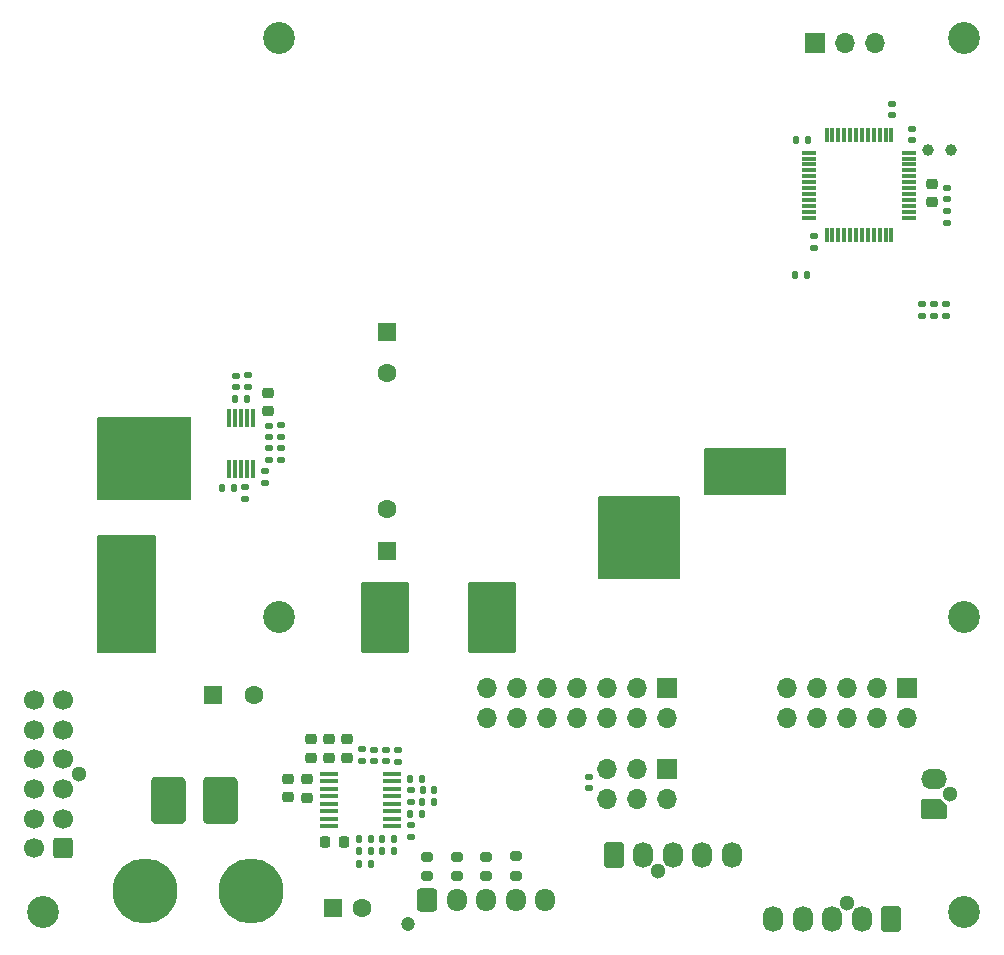
<source format=gbs>
G04 #@! TF.GenerationSoftware,KiCad,Pcbnew,(6.0.0)*
G04 #@! TF.CreationDate,2022-02-11T23:51:38-05:00*
G04 #@! TF.ProjectId,FalconMain,46616c63-6f6e-44d6-9169-6e2e6b696361,1A*
G04 #@! TF.SameCoordinates,Original*
G04 #@! TF.FileFunction,Soldermask,Bot*
G04 #@! TF.FilePolarity,Negative*
%FSLAX46Y46*%
G04 Gerber Fmt 4.6, Leading zero omitted, Abs format (unit mm)*
G04 Created by KiCad (PCBNEW (6.0.0)) date 2022-02-11 23:51:38*
%MOMM*%
%LPD*%
G01*
G04 APERTURE LIST*
G04 Aperture macros list*
%AMRoundRect*
0 Rectangle with rounded corners*
0 $1 Rounding radius*
0 $2 $3 $4 $5 $6 $7 $8 $9 X,Y pos of 4 corners*
0 Add a 4 corners polygon primitive as box body*
4,1,4,$2,$3,$4,$5,$6,$7,$8,$9,$2,$3,0*
0 Add four circle primitives for the rounded corners*
1,1,$1+$1,$2,$3*
1,1,$1+$1,$4,$5*
1,1,$1+$1,$6,$7*
1,1,$1+$1,$8,$9*
0 Add four rect primitives between the rounded corners*
20,1,$1+$1,$2,$3,$4,$5,0*
20,1,$1+$1,$4,$5,$6,$7,0*
20,1,$1+$1,$6,$7,$8,$9,0*
20,1,$1+$1,$8,$9,$2,$3,0*%
%AMFreePoly0*
4,1,23,0.945671,0.830970,1.026777,0.776777,1.080970,0.695671,1.100000,0.600000,1.100000,-0.600000,1.080970,-0.695671,1.026777,-0.776777,0.945671,-0.830970,0.850000,-0.850000,-0.450000,-0.850000,-0.545671,-0.830970,-0.626777,-0.776777,-0.626779,-0.776774,-1.026777,-0.376777,-1.080970,-0.295671,-1.100000,-0.200000,-1.100000,0.600000,-1.080970,0.695671,-1.026777,0.776777,-0.945671,0.830970,
-0.850000,0.850000,0.850000,0.850000,0.945671,0.830970,0.945671,0.830970,$1*%
G04 Aperture macros list end*
%ADD10C,2.700000*%
%ADD11C,1.000000*%
%ADD12C,1.300000*%
%ADD13RoundRect,0.250000X0.600000X-0.850000X0.600000X0.850000X-0.600000X0.850000X-0.600000X-0.850000X0*%
%ADD14O,1.700000X2.200000*%
%ADD15C,5.500000*%
%ADD16R,1.700000X1.700000*%
%ADD17O,1.700000X1.700000*%
%ADD18C,1.200000*%
%ADD19RoundRect,0.250000X-0.600000X-0.725000X0.600000X-0.725000X0.600000X0.725000X-0.600000X0.725000X0*%
%ADD20O,1.700000X1.950000*%
%ADD21R,1.600000X1.600000*%
%ADD22C,1.600000*%
%ADD23FreePoly0,180.000000*%
%ADD24O,2.200000X1.700000*%
%ADD25RoundRect,0.250000X-0.600000X0.850000X-0.600000X-0.850000X0.600000X-0.850000X0.600000X0.850000X0*%
%ADD26RoundRect,0.250000X0.600000X0.600000X-0.600000X0.600000X-0.600000X-0.600000X0.600000X-0.600000X0*%
%ADD27C,1.700000*%
%ADD28RoundRect,0.140000X0.140000X0.170000X-0.140000X0.170000X-0.140000X-0.170000X0.140000X-0.170000X0*%
%ADD29RoundRect,0.140000X0.170000X-0.140000X0.170000X0.140000X-0.170000X0.140000X-0.170000X-0.140000X0*%
%ADD30RoundRect,0.135000X-0.135000X-0.185000X0.135000X-0.185000X0.135000X0.185000X-0.135000X0.185000X0*%
%ADD31RoundRect,0.200000X-0.275000X0.200000X-0.275000X-0.200000X0.275000X-0.200000X0.275000X0.200000X0*%
%ADD32RoundRect,0.135000X0.185000X-0.135000X0.185000X0.135000X-0.185000X0.135000X-0.185000X-0.135000X0*%
%ADD33RoundRect,0.225000X0.250000X-0.225000X0.250000X0.225000X-0.250000X0.225000X-0.250000X-0.225000X0*%
%ADD34RoundRect,0.135000X0.135000X0.185000X-0.135000X0.185000X-0.135000X-0.185000X0.135000X-0.185000X0*%
%ADD35RoundRect,0.135000X-0.185000X0.135000X-0.185000X-0.135000X0.185000X-0.135000X0.185000X0.135000X0*%
%ADD36RoundRect,0.225000X-0.250000X0.225000X-0.250000X-0.225000X0.250000X-0.225000X0.250000X0.225000X0*%
%ADD37RoundRect,0.140000X-0.140000X-0.170000X0.140000X-0.170000X0.140000X0.170000X-0.140000X0.170000X0*%
%ADD38RoundRect,0.147500X0.172500X-0.147500X0.172500X0.147500X-0.172500X0.147500X-0.172500X-0.147500X0*%
%ADD39R,1.600200X0.355600*%
%ADD40R,1.193800X0.304800*%
%ADD41R,0.304800X1.193800*%
%ADD42RoundRect,0.140000X-0.170000X0.140000X-0.170000X-0.140000X0.170000X-0.140000X0.170000X0.140000X0*%
%ADD43RoundRect,0.225000X-0.225000X-0.250000X0.225000X-0.250000X0.225000X0.250000X-0.225000X0.250000X0*%
%ADD44R,0.330200X1.524000*%
G04 APERTURE END LIST*
D10*
X110000000Y-135010000D03*
D11*
X184939899Y-70480099D03*
X186839899Y-70480099D03*
D12*
X162050000Y-131510000D03*
D13*
X158300000Y-130170000D03*
D14*
X160800000Y-130170000D03*
X163300000Y-130170000D03*
X165800000Y-130170000D03*
X168300000Y-130170000D03*
D10*
X130000000Y-61000000D03*
D15*
X127600000Y-133205000D03*
X118600000Y-133205000D03*
D16*
X162825000Y-122860000D03*
D17*
X162825000Y-125400000D03*
X160285000Y-122860000D03*
X160285000Y-125400000D03*
X157745000Y-122860000D03*
X157745000Y-125400000D03*
D18*
X140900000Y-135980000D03*
D19*
X142500000Y-133980000D03*
D20*
X145000000Y-133980000D03*
X147500000Y-133980000D03*
X150000000Y-133980000D03*
X152500000Y-133980000D03*
D16*
X162800000Y-116020000D03*
D17*
X162800000Y-118560000D03*
X160260000Y-116020000D03*
X160260000Y-118560000D03*
X157720000Y-116020000D03*
X157720000Y-118560000D03*
X155180000Y-116020000D03*
X155180000Y-118560000D03*
X152640000Y-116020000D03*
X152640000Y-118560000D03*
X150100000Y-116020000D03*
X150100000Y-118560000D03*
X147560000Y-116020000D03*
X147560000Y-118560000D03*
D10*
X188000000Y-61000000D03*
D21*
X134517621Y-134655000D03*
D22*
X137017621Y-134655000D03*
D12*
X186760000Y-124988000D03*
D23*
X185420000Y-126238000D03*
D24*
X185420000Y-123738000D03*
D10*
X130005000Y-110000000D03*
D12*
X178050000Y-134245000D03*
D25*
X181800000Y-135585000D03*
D14*
X179300000Y-135585000D03*
X176800000Y-135585000D03*
X174300000Y-135585000D03*
X171800000Y-135585000D03*
D10*
X188000000Y-135000000D03*
D21*
X139100000Y-85842349D03*
D22*
X139100000Y-89342349D03*
D10*
X188000000Y-110000000D03*
D16*
X175375000Y-61400000D03*
D17*
X177915000Y-61400000D03*
X180455000Y-61400000D03*
D21*
X139125000Y-104370000D03*
D22*
X139125000Y-100870000D03*
D12*
X113060000Y-123305000D03*
D26*
X111720000Y-129555000D03*
D27*
X111720000Y-127055000D03*
X111720000Y-124555000D03*
X111720000Y-122055000D03*
X111720000Y-119555000D03*
X111720000Y-117055000D03*
X109220000Y-129555000D03*
X109220000Y-127055000D03*
X109220000Y-124555000D03*
X109220000Y-122055000D03*
X109220000Y-119555000D03*
X109220000Y-117055000D03*
D16*
X183120000Y-116026359D03*
D17*
X183120000Y-118566359D03*
X180580000Y-116026359D03*
X180580000Y-118566359D03*
X178040000Y-116026359D03*
X178040000Y-118566359D03*
X175500000Y-116026359D03*
X175500000Y-118566359D03*
X172960000Y-116026359D03*
X172960000Y-118566359D03*
D21*
X124347349Y-116600000D03*
D22*
X127847349Y-116600000D03*
D28*
X143093750Y-124668750D03*
X142133750Y-124668750D03*
D29*
X139040000Y-122190000D03*
X139040000Y-121230000D03*
X126306540Y-90537349D03*
X126306540Y-89577349D03*
D30*
X136730000Y-129818750D03*
X137750000Y-129818750D03*
X138670000Y-128768750D03*
X139690000Y-128768750D03*
D29*
X129100000Y-94742349D03*
X129100000Y-93782349D03*
X156200000Y-124480000D03*
X156200000Y-123520000D03*
D31*
X147500000Y-130275000D03*
X147500000Y-131925000D03*
D32*
X127331540Y-90547349D03*
X127331540Y-89527349D03*
D33*
X132648750Y-121903750D03*
X132648750Y-120353750D03*
D31*
X145000000Y-130275000D03*
X145000000Y-131925000D03*
D33*
X185239899Y-74880099D03*
X185239899Y-73330099D03*
X129000000Y-92537349D03*
X129000000Y-90987349D03*
D32*
X130105000Y-94782349D03*
X130105000Y-93762349D03*
X127125000Y-100022349D03*
X127125000Y-99002349D03*
D34*
X137750000Y-130868750D03*
X136730000Y-130868750D03*
D29*
X183539899Y-69610099D03*
X183539899Y-68650099D03*
D28*
X143073750Y-125668750D03*
X142113750Y-125668750D03*
D35*
X140060000Y-121220000D03*
X140060000Y-122240000D03*
D32*
X129105000Y-96732349D03*
X129105000Y-95712349D03*
D34*
X174710000Y-81050000D03*
X173690000Y-81050000D03*
D29*
X181889899Y-67530099D03*
X181889899Y-66570099D03*
D33*
X132313750Y-125293750D03*
X132313750Y-123743750D03*
D35*
X141113750Y-127608750D03*
X141113750Y-128628750D03*
D32*
X128755000Y-98682349D03*
X128755000Y-97662349D03*
D35*
X141143750Y-124668750D03*
X141143750Y-125688750D03*
D36*
X130748750Y-123713750D03*
X130748750Y-125263750D03*
D37*
X125175000Y-99047349D03*
X126135000Y-99047349D03*
D38*
X186539899Y-76630099D03*
X186539899Y-75660099D03*
D35*
X184420000Y-83480100D03*
X184420000Y-84500100D03*
D29*
X138038750Y-122198750D03*
X138038750Y-121238750D03*
D30*
X138670000Y-129818750D03*
X139690000Y-129818750D03*
D31*
X142500000Y-130275000D03*
X142500000Y-131925000D03*
X150000000Y-130250000D03*
X150000000Y-131900000D03*
D39*
X139518050Y-123246250D03*
X139518050Y-123881250D03*
X139518050Y-124516250D03*
X139518050Y-125151250D03*
X139518050Y-125786250D03*
X139518050Y-126421250D03*
X139518050Y-127056250D03*
X139518050Y-127691250D03*
X134209450Y-127691250D03*
X134209450Y-127056250D03*
X134209450Y-126421250D03*
X134209450Y-125786250D03*
X134209450Y-125151250D03*
X134209450Y-124516250D03*
X134209450Y-123881250D03*
X134209450Y-123246250D03*
D28*
X127230000Y-91537349D03*
X126270000Y-91537349D03*
D35*
X130100000Y-95702349D03*
X130100000Y-96722349D03*
D32*
X137020000Y-122210000D03*
X137020000Y-121190000D03*
D28*
X174739899Y-69630099D03*
X173779899Y-69630099D03*
D40*
X183324998Y-70674999D03*
X183324998Y-71174998D03*
X183324998Y-71675000D03*
X183324998Y-72174999D03*
X183324998Y-72674998D03*
X183324998Y-73174999D03*
X183324998Y-73674999D03*
X183324998Y-74175000D03*
X183324998Y-74674999D03*
X183324998Y-75174998D03*
X183324998Y-75675000D03*
X183324998Y-76174999D03*
D41*
X181824999Y-77674998D03*
X181325000Y-77674998D03*
X180824998Y-77674998D03*
X180324999Y-77674998D03*
X179825000Y-77674998D03*
X179324999Y-77674998D03*
X178824999Y-77674998D03*
X178324998Y-77674998D03*
X177824999Y-77674998D03*
X177325000Y-77674998D03*
X176824998Y-77674998D03*
X176324999Y-77674998D03*
D40*
X174825000Y-76174999D03*
X174825000Y-75675000D03*
X174825000Y-75174998D03*
X174825000Y-74674999D03*
X174825000Y-74175000D03*
X174825000Y-73674999D03*
X174825000Y-73174999D03*
X174825000Y-72674998D03*
X174825000Y-72174999D03*
X174825000Y-71675000D03*
X174825000Y-71174998D03*
X174825000Y-70674999D03*
D41*
X176324999Y-69175000D03*
X176824998Y-69175000D03*
X177325000Y-69175000D03*
X177824999Y-69175000D03*
X178324998Y-69175000D03*
X178824999Y-69175000D03*
X179324999Y-69175000D03*
X179825000Y-69175000D03*
X180324999Y-69175000D03*
X180824998Y-69175000D03*
X181325000Y-69175000D03*
X181824999Y-69175000D03*
D30*
X136740000Y-128768750D03*
X137760000Y-128768750D03*
D33*
X134188750Y-121913750D03*
X134188750Y-120363750D03*
D29*
X186539899Y-74630099D03*
X186539899Y-73670099D03*
D28*
X142043750Y-123668750D03*
X141083750Y-123668750D03*
X142043750Y-126668750D03*
X141083750Y-126668750D03*
D42*
X175239899Y-77770099D03*
X175239899Y-78730099D03*
D43*
X133888750Y-129018750D03*
X135438750Y-129018750D03*
D32*
X185450000Y-84500000D03*
X185450000Y-83480000D03*
D33*
X135728750Y-121913750D03*
X135728750Y-120363750D03*
D32*
X186480000Y-84500100D03*
X186480000Y-83480100D03*
D44*
X125754999Y-93125649D03*
X126255001Y-93125649D03*
X126755000Y-93125649D03*
X127254999Y-93125649D03*
X127755001Y-93125649D03*
X127755001Y-97469049D03*
X127254999Y-97469049D03*
X126755000Y-97469049D03*
X126255001Y-97469049D03*
X125754999Y-97469049D03*
G36*
X126006540Y-123500861D02*
G01*
X126116279Y-123515308D01*
X126141646Y-123522105D01*
X126237763Y-123561918D01*
X126260507Y-123575049D01*
X126343046Y-123638385D01*
X126361615Y-123656954D01*
X126424951Y-123739493D01*
X126438082Y-123762237D01*
X126477895Y-123858354D01*
X126484692Y-123883721D01*
X126499139Y-123993460D01*
X126500000Y-124006591D01*
X126500000Y-126993409D01*
X126499139Y-127006540D01*
X126484692Y-127116279D01*
X126477895Y-127141646D01*
X126438082Y-127237763D01*
X126424951Y-127260507D01*
X126361615Y-127343046D01*
X126343046Y-127361615D01*
X126260507Y-127424951D01*
X126237763Y-127438082D01*
X126141646Y-127477895D01*
X126116279Y-127484692D01*
X126006540Y-127499139D01*
X125993409Y-127500000D01*
X124006591Y-127500000D01*
X123993460Y-127499139D01*
X123883721Y-127484692D01*
X123858354Y-127477895D01*
X123762237Y-127438082D01*
X123739493Y-127424951D01*
X123656954Y-127361615D01*
X123638385Y-127343046D01*
X123575049Y-127260507D01*
X123561918Y-127237763D01*
X123522105Y-127141646D01*
X123515308Y-127116279D01*
X123500861Y-127006540D01*
X123500000Y-126993409D01*
X123500000Y-124006591D01*
X123500861Y-123993460D01*
X123515308Y-123883721D01*
X123522105Y-123858354D01*
X123561918Y-123762237D01*
X123575049Y-123739493D01*
X123638385Y-123656954D01*
X123656954Y-123638385D01*
X123739493Y-123575049D01*
X123762237Y-123561918D01*
X123858354Y-123522105D01*
X123883721Y-123515308D01*
X123993460Y-123500861D01*
X124006591Y-123500000D01*
X125993409Y-123500000D01*
X126006540Y-123500861D01*
G37*
G36*
X121606540Y-123500861D02*
G01*
X121716279Y-123515308D01*
X121741646Y-123522105D01*
X121837763Y-123561918D01*
X121860507Y-123575049D01*
X121943046Y-123638385D01*
X121961615Y-123656954D01*
X122024951Y-123739493D01*
X122038082Y-123762237D01*
X122077895Y-123858354D01*
X122084692Y-123883721D01*
X122099139Y-123993460D01*
X122100000Y-124006591D01*
X122100000Y-126993409D01*
X122099139Y-127006540D01*
X122084692Y-127116279D01*
X122077895Y-127141646D01*
X122038082Y-127237763D01*
X122024951Y-127260507D01*
X121961615Y-127343046D01*
X121943046Y-127361615D01*
X121860507Y-127424951D01*
X121837763Y-127438082D01*
X121741646Y-127477895D01*
X121716279Y-127484692D01*
X121606540Y-127499139D01*
X121593409Y-127500000D01*
X119606591Y-127500000D01*
X119593460Y-127499139D01*
X119483721Y-127484692D01*
X119458354Y-127477895D01*
X119362237Y-127438082D01*
X119339493Y-127424951D01*
X119256954Y-127361615D01*
X119238385Y-127343046D01*
X119175049Y-127260507D01*
X119161918Y-127237763D01*
X119122105Y-127141646D01*
X119115308Y-127116279D01*
X119100861Y-127006540D01*
X119100000Y-126993409D01*
X119100000Y-124006591D01*
X119100861Y-123993460D01*
X119115308Y-123883721D01*
X119122105Y-123858354D01*
X119161918Y-123762237D01*
X119175049Y-123739493D01*
X119238385Y-123656954D01*
X119256954Y-123638385D01*
X119339493Y-123575049D01*
X119362237Y-123561918D01*
X119458354Y-123522105D01*
X119483721Y-123515308D01*
X119593460Y-123500861D01*
X119606591Y-123500000D01*
X121593409Y-123500000D01*
X121606540Y-123500861D01*
G37*
G36*
X149942121Y-107020002D02*
G01*
X149988614Y-107073658D01*
X150000000Y-107126000D01*
X150000000Y-112874000D01*
X149979998Y-112942121D01*
X149926342Y-112988614D01*
X149874000Y-113000000D01*
X146126000Y-113000000D01*
X146057879Y-112979998D01*
X146011386Y-112926342D01*
X146000000Y-112874000D01*
X146000000Y-107126000D01*
X146020002Y-107057879D01*
X146073658Y-107011386D01*
X146126000Y-107000000D01*
X149874000Y-107000000D01*
X149942121Y-107020002D01*
G37*
G36*
X172876056Y-95720002D02*
G01*
X172922549Y-95773658D01*
X172933935Y-95826000D01*
X172933935Y-99574000D01*
X172913933Y-99642121D01*
X172860277Y-99688614D01*
X172807935Y-99700000D01*
X166059935Y-99700000D01*
X165991814Y-99679998D01*
X165945321Y-99626342D01*
X165933935Y-99574000D01*
X165933935Y-95826000D01*
X165953937Y-95757879D01*
X166007593Y-95711386D01*
X166059935Y-95700000D01*
X172807935Y-95700000D01*
X172876056Y-95720002D01*
G37*
G36*
X122476338Y-93095298D02*
G01*
X122522831Y-93148954D01*
X122534217Y-93201296D01*
X122534217Y-99949296D01*
X122514215Y-100017417D01*
X122460559Y-100063910D01*
X122408217Y-100075296D01*
X114660217Y-100075296D01*
X114592096Y-100055294D01*
X114545603Y-100001638D01*
X114534217Y-99949296D01*
X114534217Y-93201296D01*
X114554219Y-93133175D01*
X114607875Y-93086682D01*
X114660217Y-93075296D01*
X122408217Y-93075296D01*
X122476338Y-93095298D01*
G37*
G36*
X140892121Y-107020002D02*
G01*
X140938614Y-107073658D01*
X140950000Y-107126000D01*
X140950000Y-112874000D01*
X140929998Y-112942121D01*
X140876342Y-112988614D01*
X140824000Y-113000000D01*
X137076000Y-113000000D01*
X137007879Y-112979998D01*
X136961386Y-112926342D01*
X136950000Y-112874000D01*
X136950000Y-107126000D01*
X136970002Y-107057879D01*
X137023658Y-107011386D01*
X137076000Y-107000000D01*
X140824000Y-107000000D01*
X140892121Y-107020002D01*
G37*
G36*
X163884620Y-99807282D02*
G01*
X163931113Y-99860938D01*
X163942499Y-99913280D01*
X163942499Y-106661280D01*
X163922497Y-106729401D01*
X163868841Y-106775894D01*
X163816499Y-106787280D01*
X157068499Y-106787280D01*
X157000378Y-106767278D01*
X156953885Y-106713622D01*
X156942499Y-106661280D01*
X156942499Y-99913280D01*
X156962501Y-99845159D01*
X157016157Y-99798666D01*
X157068499Y-99787280D01*
X163816499Y-99787280D01*
X163884620Y-99807282D01*
G37*
G36*
X119475938Y-103057447D02*
G01*
X119522431Y-103111103D01*
X119533817Y-103163445D01*
X119533817Y-112911445D01*
X119513815Y-112979566D01*
X119460159Y-113026059D01*
X119407817Y-113037445D01*
X114659817Y-113037445D01*
X114591696Y-113017443D01*
X114545203Y-112963787D01*
X114533817Y-112911445D01*
X114533817Y-103163445D01*
X114553819Y-103095324D01*
X114607475Y-103048831D01*
X114659817Y-103037445D01*
X119407817Y-103037445D01*
X119475938Y-103057447D01*
G37*
M02*

</source>
